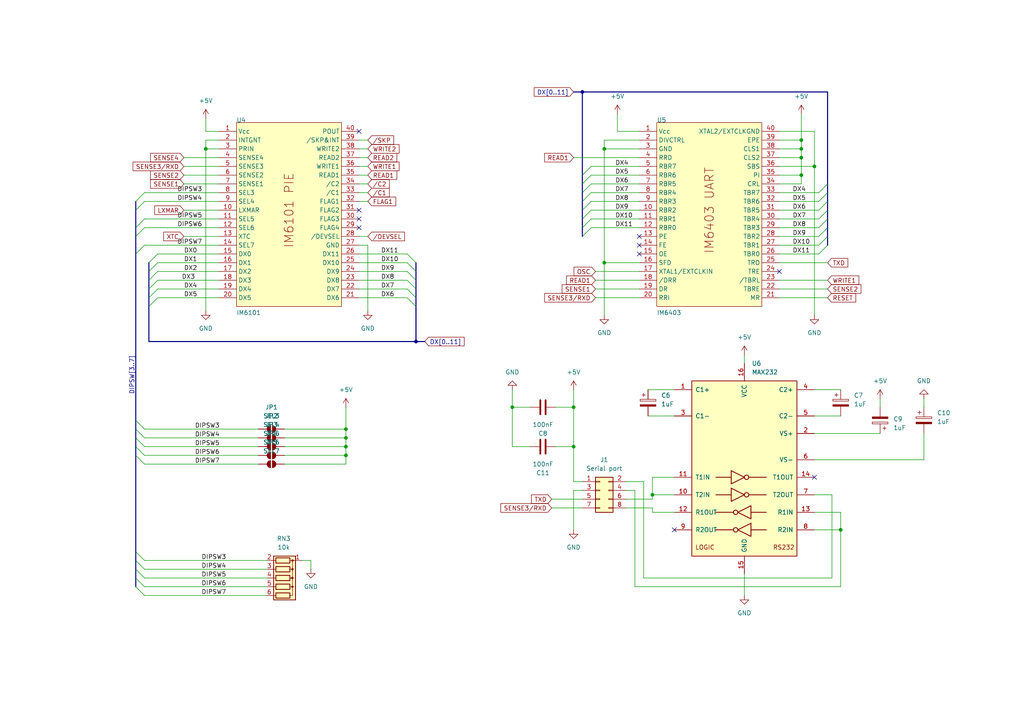
<source format=kicad_sch>
(kicad_sch (version 20250114) (generator "eeschema") (generator_version "9.0")
  (paper "A4")
  (title_block (title "IM6100 SAMPLER mini") (date "2025-04-12"))
  (lib_symbols
    (symbol "Connector_Generic:Conn_02x04_Odd_Even" (pin_names (offset 1.016) (hide yes))
      (property "Reference" "J" (at 1.27 5.08 0))
      (property "Value" "Conn_02x04_Odd_Even" (at 1.27 -7.62 0))
      (symbol "Conn_02x04_Odd_Even_1_1"
        (rectangle (start -1.27 3.81) (end 3.81 -6.35) (stroke (width 0.254)) (fill (type background)))
        (rectangle (start -1.27 2.667) (end 0 2.413) (stroke (width 0.1524)))
        (rectangle (start -1.27 0.127) (end 0 -0.127) (stroke (width 0.1524)))
        (rectangle (start -1.27 -2.413) (end 0 -2.667) (stroke (width 0.1524)))
        (rectangle (start -1.27 -4.953) (end 0 -5.207) (stroke (width 0.1524)))
        (rectangle (start 3.81 2.667) (end 2.54 2.413) (stroke (width 0.1524)))
        (rectangle (start 3.81 0.127) (end 2.54 -0.127) (stroke (width 0.1524)))
        (rectangle (start 3.81 -2.413) (end 2.54 -2.667) (stroke (width 0.1524)))
        (rectangle (start 3.81 -4.953) (end 2.54 -5.207) (stroke (width 0.1524)))
        (pin passive line (at -5.08 2.54 0) (length 3.81) (name "Pin_1") (number "1"))
        (pin passive line (at -5.08 0 0) (length 3.81) (name "Pin_3") (number "3"))
        (pin passive line (at -5.08 -2.54 0) (length 3.81) (name "Pin_5") (number "5"))
        (pin passive line (at -5.08 -5.08 0) (length 3.81) (name "Pin_7") (number "7"))
        (pin passive line (at 7.62 2.54 180) (length 3.81) (name "Pin_2") (number "2"))
        (pin passive line (at 7.62 0 180) (length 3.81) (name "Pin_4") (number "4"))
        (pin passive line (at 7.62 -2.54 180) (length 3.81) (name "Pin_6") (number "6"))
        (pin passive line (at 7.62 -5.08 180) (length 3.81) (name "Pin_8") (number "8"))
      )
    )
    (symbol "Device:C" (pin_numbers (hide yes)) (pin_names (offset 0.254))
      (property "Reference" "C" (at 0.635 2.54 0))
      (property "Value" "C" (at 0.635 -2.54 0))
      (symbol "C_0_1"
        (polyline (pts (xy -2.032 0.762) (xy 2.032 0.762)) (stroke (width 0.508)))
        (polyline (pts (xy -2.032 -0.762) (xy 2.032 -0.762)) (stroke (width 0.508)))
      )
      (symbol "C_1_1"
        (pin passive line (at 0 3.81 270) (length 2.794) (name "~") (number "1"))
        (pin passive line (at 0 -3.81 90) (length 2.794) (name "~") (number "2"))
      )
    )
    (symbol "Device:C_Polarized" (pin_numbers (hide yes)) (pin_names (offset 0.254))
      (property "Reference" "C" (at 0.635 2.54 0))
      (property "Value" "C_Polarized" (at 0.635 -2.54 0))
      (symbol "C_Polarized_0_1"
        (rectangle (start -2.286 0.508) (end 2.286 1.016))
        (polyline (pts (xy -1.778 2.286) (xy -0.762 2.286)))
        (polyline (pts (xy -1.27 2.794) (xy -1.27 1.778)))
        (rectangle (start 2.286 -0.508) (end -2.286 -1.016) (fill (type outline)))
      )
      (symbol "C_Polarized_1_1"
        (pin passive line (at 0 3.81 270) (length 2.794) (name "~") (number "1"))
        (pin passive line (at 0 -3.81 90) (length 2.794) (name "~") (number "2"))
      )
    )
    (symbol "Device:R_Network05" (pin_names (offset 0) (hide yes))
      (property "Reference" "RN" (at -7.62 0 90))
      (property "Value" "R_Network05" (at 7.62 0 90))
      (symbol "R_Network05_0_1"
        (rectangle (start -6.35 -3.175) (end 6.35 3.175) (stroke (width 0.254)) (fill (type background)))
        (rectangle (start -5.842 1.524) (end -4.318 -2.54) (stroke (width 0.254)))
        (circle (center -5.08 2.286) (radius 0.254) (fill (type outline)))
        (polyline (pts (xy -5.08 1.524) (xy -5.08 2.286) (xy -2.54 2.286) (xy -2.54 1.524)))
        (polyline (pts (xy -5.08 -2.54) (xy -5.08 -3.81)))
        (rectangle (start -3.302 1.524) (end -1.778 -2.54) (stroke (width 0.254)))
        (circle (center -2.54 2.286) (radius 0.254) (fill (type outline)))
        (polyline (pts (xy -2.54 1.524) (xy -2.54 2.286) (xy 0 2.286) (xy 0 1.524)))
        (polyline (pts (xy -2.54 -2.54) (xy -2.54 -3.81)))
        (rectangle (start -0.762 1.524) (end 0.762 -2.54) (stroke (width 0.254)))
        (circle (center 0 2.286) (radius 0.254) (fill (type outline)))
        (polyline (pts (xy 0 1.524) (xy 0 2.286) (xy 2.54 2.286) (xy 2.54 1.524)))
        (polyline (pts (xy 0 -2.54) (xy 0 -3.81)))
        (rectangle (start 1.778 1.524) (end 3.302 -2.54) (stroke (width 0.254)))
        (circle (center 2.54 2.286) (radius 0.254) (fill (type outline)))
        (polyline (pts (xy 2.54 1.524) (xy 2.54 2.286) (xy 5.08 2.286) (xy 5.08 1.524)))
        (polyline (pts (xy 2.54 -2.54) (xy 2.54 -3.81)))
        (rectangle (start 4.318 1.524) (end 5.842 -2.54) (stroke (width 0.254)))
        (polyline (pts (xy 5.08 -2.54) (xy 5.08 -3.81)))
      )
      (symbol "R_Network05_1_1"
        (pin passive line (at -5.08 5.08 270) (length 2.54) (name "common") (number "1"))
        (pin passive line (at -5.08 -5.08 90) (length 1.27) (name "R1") (number "2"))
        (pin passive line (at -2.54 -5.08 90) (length 1.27) (name "R2") (number "3"))
        (pin passive line (at 0 -5.08 90) (length 1.27) (name "R3") (number "4"))
        (pin passive line (at 2.54 -5.08 90) (length 1.27) (name "R4") (number "5"))
        (pin passive line (at 5.08 -5.08 90) (length 1.27) (name "R5") (number "6"))
      )
    )
    (symbol "IM6100 SAM-easyedapro:IM6101"
      (symbol "IM6101_1_0"
        (rectangle (start -15.24 25.4) (end 15.24 -27.94) (fill (type background)))
        (text "IM6101 PIE" (at 0 0 900) (effects (font (size 2.54 2.54))))
        (pin power_in line (at -20.32 22.86 0) (length 5.08) (name "Vcc") (number "1"))
        (pin input line (at -20.32 20.32 0) (length 5.08) (name "INTGNT") (number "2"))
        (pin input line (at -20.32 17.78 0) (length 5.08) (name "PRIN") (number "3"))
        (pin input line (at -20.32 15.24 0) (length 5.08) (name "SENSE4") (number "4"))
        (pin input line (at -20.32 12.7 0) (length 5.08) (name "SENSE3") (number "5"))
        (pin input line (at -20.32 10.16 0) (length 5.08) (name "SENSE2") (number "6"))
        (pin input line (at -20.32 7.62 0) (length 5.08) (name "SENSE1") (number "7"))
        (pin input line (at -20.32 5.08 0) (length 5.08) (name "SEL3") (number "8"))
        (pin input line (at -20.32 2.54 0) (length 5.08) (name "SEL4") (number "9"))
        (pin input line (at -20.32 0 0) (length 5.08) (name "LXMAR") (number "10"))
        (pin input line (at -20.32 -2.54 0) (length 5.08) (name "SEL5") (number "11"))
        (pin input line (at -20.32 -5.08 0) (length 5.08) (name "SEL6") (number "12"))
        (pin input line (at -20.32 -7.62 0) (length 5.08) (name "XTC") (number "13"))
        (pin input line (at -20.32 -10.16 0) (length 5.08) (name "SEL7") (number "14"))
        (pin tri_state line (at -20.32 -12.7 0) (length 5.08) (name "DX0") (number "15"))
        (pin tri_state line (at -20.32 -15.24 0) (length 5.08) (name "DX1") (number "16"))
        (pin tri_state line (at -20.32 -17.78 0) (length 5.08) (name "DX2") (number "17"))
        (pin tri_state line (at -20.32 -20.32 0) (length 5.08) (name "DX3") (number "18"))
        (pin tri_state line (at -20.32 -22.86 0) (length 5.08) (name "DX4") (number "19"))
        (pin tri_state line (at -20.32 -25.4 0) (length 5.08) (name "DX5") (number "20"))
        (pin output line (at 20.32 22.86 180) (length 5.08) (name "POUT") (number "40"))
        (pin open_collector line (at 20.32 20.32 180) (length 5.08) (name "/SKP&INT") (number "39"))
        (pin output line (at 20.32 17.78 180) (length 5.08) (name "WRITE2") (number "38"))
        (pin output line (at 20.32 15.24 180) (length 5.08) (name "READ2") (number "37"))
        (pin output line (at 20.32 12.7 180) (length 5.08) (name "WRITE1") (number "36"))
        (pin output line (at 20.32 10.16 180) (length 5.08) (name "READ1") (number "35"))
        (pin open_collector line (at 20.32 7.62 180) (length 5.08) (name "/C2") (number "34"))
        (pin open_collector line (at 20.32 5.08 180) (length 5.08) (name "/C1") (number "33"))
        (pin output line (at 20.32 2.54 180) (length 5.08) (name "FLAG1") (number "32"))
        (pin output line (at 20.32 0 180) (length 5.08) (name "FLAG2") (number "31"))
        (pin output line (at 20.32 -2.54 180) (length 5.08) (name "FLAG3") (number "30"))
        (pin output line (at 20.32 -5.08 180) (length 5.08) (name "FLAG4") (number "29"))
        (pin input line (at 20.32 -7.62 180) (length 5.08) (name "/DEVSEL") (number "28"))
        (pin power_in line (at 20.32 -10.16 180) (length 5.08) (name "GND") (number "27"))
        (pin tri_state line (at 20.32 -12.7 180) (length 5.08) (name "DX11") (number "26"))
        (pin tri_state line (at 20.32 -15.24 180) (length 5.08) (name "DX10") (number "25"))
        (pin tri_state line (at 20.32 -17.78 180) (length 5.08) (name "DX9") (number "24"))
        (pin tri_state line (at 20.32 -20.32 180) (length 5.08) (name "DX8") (number "23"))
        (pin tri_state line (at 20.32 -22.86 180) (length 5.08) (name "DX7") (number "22"))
        (pin tri_state line (at 20.32 -25.4 180) (length 5.08) (name "DX6") (number "21"))
      )
    )
    (symbol "IM6100 SAM-easyedapro:IM6403"
      (symbol "IM6403_1_0"
        (rectangle (start -15.24 25.4) (end 15.24 -27.94) (fill (type background)))
        (text "IM6403 UART" (at 0 0 900) (effects (font (size 2.54 2.54))))
        (pin power_in line (at -20.32 22.86 0) (length 5.08) (name "Vcc") (number "1"))
        (pin input line (at -20.32 20.32 0) (length 5.08) (name "DIVCTRL") (number "2"))
        (pin power_in line (at -20.32 17.78 0) (length 5.08) (name "GND") (number "3"))
        (pin input line (at -20.32 15.24 0) (length 5.08) (name "RRD") (number "4"))
        (pin tri_state line (at -20.32 12.7 0) (length 5.08) (name "RBR7") (number "5"))
        (pin tri_state line (at -20.32 10.16 0) (length 5.08) (name "RBR6") (number "6"))
        (pin tri_state line (at -20.32 7.62 0) (length 5.08) (name "RBR5") (number "7"))
        (pin tri_state line (at -20.32 5.08 0) (length 5.08) (name "RBR4") (number "8"))
        (pin tri_state line (at -20.32 2.54 0) (length 5.08) (name "RBR3") (number "9"))
        (pin tri_state line (at -20.32 0 0) (length 5.08) (name "RBR2") (number "10"))
        (pin tri_state line (at -20.32 -2.54 0) (length 5.08) (name "RBR1") (number "11"))
        (pin tri_state line (at -20.32 -5.08 0) (length 5.08) (name "RBR0") (number "12"))
        (pin output line (at -20.32 -7.62 0) (length 5.08) (name "PE") (number "13"))
        (pin output line (at -20.32 -10.16 0) (length 5.08) (name "FE") (number "14"))
        (pin output line (at -20.32 -12.7 0) (length 5.08) (name "OE") (number "15"))
        (pin input line (at -20.32 -15.24 0) (length 5.08) (name "SFD") (number "16"))
        (pin input line (at -20.32 -17.78 0) (length 5.08) (name "XTAL1/EXTCLKIN") (number "17"))
        (pin input line (at -20.32 -20.32 0) (length 5.08) (name "/DRR") (number "18"))
        (pin output line (at -20.32 -22.86 0) (length 5.08) (name "DR") (number "19"))
        (pin input line (at -20.32 -25.4 0) (length 5.08) (name "RRI") (number "20"))
        (pin input line (at 20.32 22.86 180) (length 5.08) (name "XTAL2/EXTCLKGND") (number "40"))
        (pin input line (at 20.32 20.32 180) (length 5.08) (name "EPE") (number "39"))
        (pin input line (at 20.32 17.78 180) (length 5.08) (name "CLS1") (number "38"))
        (pin input line (at 20.32 15.24 180) (length 5.08) (name "CLS2") (number "37"))
        (pin input line (at 20.32 12.7 180) (length 5.08) (name "SBS") (number "36"))
        (pin input line (at 20.32 10.16 180) (length 5.08) (name "PI") (number "35"))
        (pin input line (at 20.32 7.62 180) (length 5.08) (name "CRL") (number "34"))
        (pin input line (at 20.32 5.08 180) (length 5.08) (name "TBR7") (number "33"))
        (pin input line (at 20.32 2.54 180) (length 5.08) (name "TBR6") (number "32"))
        (pin input line (at 20.32 0 180) (length 5.08) (name "TBR5") (number "31"))
        (pin input line (at 20.32 -2.54 180) (length 5.08) (name "TBR4") (number "30"))
        (pin input line (at 20.32 -5.08 180) (length 5.08) (name "TBR3") (number "29"))
        (pin input line (at 20.32 -7.62 180) (length 5.08) (name "TBR2") (number "28"))
        (pin input line (at 20.32 -10.16 180) (length 5.08) (name "TBR1") (number "27"))
        (pin input line (at 20.32 -12.7 180) (length 5.08) (name "TBR0") (number "26"))
        (pin output line (at 20.32 -15.24 180) (length 5.08) (name "TRO") (number "25"))
        (pin output line (at 20.32 -17.78 180) (length 5.08) (name "TRE") (number "24"))
        (pin input line (at 20.32 -20.32 180) (length 5.08) (name "/TBRL") (number "23"))
        (pin output line (at 20.32 -22.86 180) (length 5.08) (name "TBRE") (number "22"))
        (pin input line (at 20.32 -25.4 180) (length 5.08) (name "MR") (number "21"))
      )
    )
    (symbol "Interface_UART:MAX232" (pin_names (offset 1.016))
      (property "Reference" "U" (at -2.54 28.575 0))
      (property "Value" "MAX232" (at -2.54 26.67 0))
      (symbol "MAX232_0_0"
        (text "LOGIC" (at -11.43 -22.86 0) (effects (font (size 1.27 1.27))))
        (text "RS232" (at 11.43 -22.86 0) (effects (font (size 1.27 1.27))))
      )
      (symbol "MAX232_0_1"
        (rectangle (start -15.24 -25.4) (end 15.24 25.4) (stroke (width 0.254)) (fill (type background)))
        (polyline (pts (xy -3.81 -0.635) (xy -3.81 -4.445) (xy 0 -2.54) (xy -3.81 -0.635)) (stroke (width 0.254)))
        (polyline (pts (xy -3.81 -2.54) (xy -8.255 -2.54)) (stroke (width 0.254)))
        (polyline (pts (xy -3.81 -5.715) (xy -3.81 -9.525) (xy 0 -7.62) (xy -3.81 -5.715)) (stroke (width 0.254)))
        (polyline (pts (xy -3.81 -7.62) (xy -8.255 -7.62)) (stroke (width 0.254)))
        (polyline (pts (xy -3.175 -12.7) (xy -8.255 -12.7)) (stroke (width 0.254)))
        (polyline (pts (xy -3.175 -17.78) (xy -8.255 -17.78)) (stroke (width 0.254)))
        (circle (center -2.54 -12.7) (radius 0.635) (stroke (width 0.254)))
        (circle (center -2.54 -17.78) (radius 0.635) (stroke (width 0.254)))
        (circle (center 0.635 -2.54) (radius 0.635) (stroke (width 0.254)))
        (circle (center 0.635 -7.62) (radius 0.635) (stroke (width 0.254)))
        (polyline (pts (xy 1.27 -2.54) (xy 6.35 -2.54)) (stroke (width 0.254)))
        (polyline (pts (xy 1.27 -7.62) (xy 6.35 -7.62)) (stroke (width 0.254)))
        (polyline (pts (xy 1.905 -10.795) (xy 1.905 -14.605) (xy -1.905 -12.7) (xy 1.905 -10.795)) (stroke (width 0.254)))
        (polyline (pts (xy 1.905 -12.7) (xy 6.35 -12.7)) (stroke (width 0.254)))
        (polyline (pts (xy 1.905 -15.875) (xy 1.905 -19.685) (xy -1.905 -17.78) (xy 1.905 -15.875)) (stroke (width 0.254)))
        (polyline (pts (xy 1.905 -17.78) (xy 6.35 -17.78)) (stroke (width 0.254)))
      )
      (symbol "MAX232_1_1"
        (pin passive line (at -20.32 22.86 0) (length 5.08) (name "C1+") (number "1"))
        (pin passive line (at -20.32 15.24 0) (length 5.08) (name "C1-") (number "3"))
        (pin input line (at -20.32 -2.54 0) (length 5.08) (name "T1IN") (number "11"))
        (pin input line (at -20.32 -7.62 0) (length 5.08) (name "T2IN") (number "10"))
        (pin output line (at -20.32 -12.7 0) (length 5.08) (name "R1OUT") (number "12"))
        (pin output line (at -20.32 -17.78 0) (length 5.08) (name "R2OUT") (number "9"))
        (pin power_in line (at 0 30.48 270) (length 5.08) (name "VCC") (number "16"))
        (pin power_in line (at 0 -30.48 90) (length 5.08) (name "GND") (number "15"))
        (pin passive line (at 20.32 22.86 180) (length 5.08) (name "C2+") (number "4"))
        (pin passive line (at 20.32 15.24 180) (length 5.08) (name "C2-") (number "5"))
        (pin power_out line (at 20.32 10.16 180) (length 5.08) (name "VS+") (number "2"))
        (pin power_out line (at 20.32 2.54 180) (length 5.08) (name "VS-") (number "6"))
        (pin output line (at 20.32 -2.54 180) (length 5.08) (name "T1OUT") (number "14"))
        (pin output line (at 20.32 -7.62 180) (length 5.08) (name "T2OUT") (number "7"))
        (pin input line (at 20.32 -12.7 180) (length 5.08) (name "R1IN") (number "13"))
        (pin input line (at 20.32 -17.78 180) (length 5.08) (name "R2IN") (number "8"))
      )
    )
    (symbol "Jumper:SolderJumper_2_Open" (pin_numbers (hide yes)) (pin_names (offset 0) (hide yes)) (in_bom no)
      (property "Reference" "JP" (at 0 2.032 0))
      (property "Value" "SolderJumper_2_Open" (at 0 -2.54 0))
      (symbol "SolderJumper_2_Open_0_1"
        (polyline (pts (xy -0.254 1.016) (xy -0.254 -1.016)))
        (arc (start -0.254 -1.016) (mid -1.2656 0) (end -0.254 1.016))
        (arc (start -0.254 -1.016) (mid -1.2656 0) (end -0.254 1.016) (fill (type outline)))
        (arc (start 0.254 1.016) (mid 1.2656 0) (end 0.254 -1.016))
        (arc (start 0.254 1.016) (mid 1.2656 0) (end 0.254 -1.016) (fill (type outline)))
        (polyline (pts (xy 0.254 1.016) (xy 0.254 -1.016)))
      )
      (symbol "SolderJumper_2_Open_1_1"
        (pin passive line (at -3.81 0 0) (length 2.54) (name "A") (number "1"))
        (pin passive line (at 3.81 0 180) (length 2.54) (name "B") (number "2"))
      )
    )
    (symbol "power:+5V" (power) (pin_numbers (hide yes)) (pin_names (offset 0) (hide yes))
      (property "Value" "+5V" (at 0 3.556 0))
      (symbol "+5V_0_1"
        (polyline (pts (xy -0.762 1.27) (xy 0 2.54)))
        (polyline (pts (xy 0 2.54) (xy 0.762 1.27)))
        (polyline (pts (xy 0 0) (xy 0 2.54)))
      )
      (symbol "+5V_1_1"
        (pin power_in line (at 0 0 90) (length 0) (name "~") (number "1"))
      )
    )
    (symbol "power:GND" (power) (pin_numbers (hide yes)) (pin_names (offset 0) (hide yes))
      (property "Value" "GND" (at 0 -3.81 0))
      (symbol "GND_0_1"
        (polyline (pts (xy 0 0) (xy 0 -1.27) (xy 1.27 -1.27) (xy 0 -2.54) (xy -1.27 -1.27) (xy 0 -1.27)))
      )
      (symbol "GND_1_1"
        (pin power_in line (at 0 0 270) (length 0) (name "~") (number "1"))
      )
    )
  )
  (junction (at 166.37 118.11))
  (junction (at 100.33 127))
  (junction (at 232.41 43.18))
  (junction (at 100.33 129.54))
  (junction (at 100.33 132.08))
  (junction (at 175.26 43.18))
  (junction (at 175.26 76.2))
  (junction (at 236.22 48.26))
  (junction (at 232.41 45.72))
  (junction (at 243.84 153.67))
  (junction (at 166.37 129.54))
  (junction (at 59.69 43.18))
  (junction (at 232.41 50.8))
  (junction (at 189.23 143.51))
  (junction (at 168.91 26.67))
  (junction (at 148.59 118.11))
  (junction (at 100.33 124.46))
  (junction (at 120.65 99.06))
  (junction (at 232.41 40.64))
  (no_connect (at 104.14 63.5))
  (no_connect (at 185.42 73.66))
  (no_connect (at 185.42 71.12))
  (no_connect (at 104.14 66.04))
  (no_connect (at 185.42 68.58))
  (no_connect (at 195.58 153.67))
  (no_connect (at 226.06 78.74))
  (no_connect (at 104.14 60.96))
  (no_connect (at 236.22 138.43))
  (no_connect (at 104.14 38.1))
  (bus_entry (at 171.45 55.88) (size -2.54 2.54))
  (bus_entry (at 41.91 63.5) (size -2.54 2.54))
  (bus_entry (at 118.11 73.66) (size 2.54 2.54))
  (bus_entry (at 39.37 124.46) (size 2.54 2.54))
  (bus_entry (at 45.72 86.36) (size -2.54 2.54))
  (bus_entry (at 41.91 58.42) (size -2.54 2.54))
  (bus_entry (at 171.45 66.04) (size -2.54 2.54))
  (bus_entry (at 237.49 60.96) (size 2.54 -2.54))
  (bus_entry (at 118.11 76.2) (size 2.54 2.54))
  (bus_entry (at 171.45 48.26) (size -2.54 2.54))
  (bus_entry (at 41.91 71.12) (size -2.54 2.54))
  (bus_entry (at 39.37 170.18) (size 2.54 2.54))
  (bus_entry (at 45.72 83.82) (size -2.54 2.54))
  (bus_entry (at 39.37 162.56) (size 2.54 2.54))
  (bus_entry (at 45.72 73.66) (size -2.54 2.54))
  (bus_entry (at 171.45 63.5) (size -2.54 2.54))
  (bus_entry (at 118.11 86.36) (size 2.54 2.54))
  (bus_entry (at 39.37 167.64) (size 2.54 2.54))
  (bus_entry (at 237.49 71.12) (size 2.54 -2.54))
  (bus_entry (at 237.49 55.88) (size 2.54 -2.54))
  (bus_entry (at 237.49 68.58) (size 2.54 -2.54))
  (bus_entry (at 39.37 165.1) (size 2.54 2.54))
  (bus_entry (at 41.91 66.04) (size -2.54 2.54))
  (bus_entry (at 45.72 76.2) (size -2.54 2.54))
  (bus_entry (at 41.91 55.88) (size -2.54 2.54))
  (bus_entry (at 171.45 53.34) (size -2.54 2.54))
  (bus_entry (at 171.45 60.96) (size -2.54 2.54))
  (bus_entry (at 171.45 50.8) (size -2.54 2.54))
  (bus_entry (at 118.11 81.28) (size 2.54 2.54))
  (bus_entry (at 45.72 81.28) (size -2.54 2.54))
  (bus_entry (at 171.45 58.42) (size -2.54 2.54))
  (bus_entry (at 39.37 160.02) (size 2.54 2.54))
  (bus_entry (at 237.49 66.04) (size 2.54 -2.54))
  (bus_entry (at 118.11 78.74) (size 2.54 2.54))
  (bus_entry (at 39.37 127) (size 2.54 2.54))
  (bus_entry (at 118.11 83.82) (size 2.54 2.54))
  (bus_entry (at 39.37 132.08) (size 2.54 2.54))
  (bus_entry (at 237.49 73.66) (size 2.54 -2.54))
  (bus_entry (at 45.72 78.74) (size -2.54 2.54))
  (bus_entry (at 237.49 58.42) (size 2.54 -2.54))
  (bus_entry (at 39.37 121.92) (size 2.54 2.54))
  (bus_entry (at 39.37 129.54) (size 2.54 2.54))
  (bus_entry (at 237.49 63.5) (size 2.54 -2.54))
  (wire (pts (xy 241.3 143.51) (xy 236.22 143.51)))
  (wire (pts (xy 185.42 43.18) (xy 175.26 43.18)))
  (wire (pts (xy 59.69 43.18) (xy 59.69 90.17)))
  (wire (pts (xy 181.61 147.32) (xy 189.23 147.32)))
  (wire (pts (xy 236.22 133.35) (xy 267.97 133.35)))
  (wire (pts (xy 232.41 33.02) (xy 232.41 40.64)))
  (wire (pts (xy 185.42 76.2) (xy 175.26 76.2)))
  (bus (pts (xy 39.37 162.56) (xy 39.37 165.1)))
  (wire (pts (xy 118.11 83.82) (xy 104.14 83.82)))
  (wire (pts (xy 189.23 143.51) (xy 195.58 143.51)))
  (wire (pts (xy 63.5 68.58) (xy 53.34 68.58)))
  (wire (pts (xy 232.41 53.34) (xy 226.06 53.34)))
  (wire (pts (xy 106.68 50.8) (xy 104.14 50.8)))
  (wire (pts (xy 63.5 50.8) (xy 53.34 50.8)))
  (bus (pts (xy 39.37 132.08) (xy 39.37 160.02)))
  (wire (pts (xy 185.42 83.82) (xy 172.72 83.82)))
  (wire (pts (xy 118.11 78.74) (xy 104.14 78.74)))
  (wire (pts (xy 181.61 139.7) (xy 186.69 139.7)))
  (wire (pts (xy 106.68 68.58) (xy 104.14 68.58)))
  (wire (pts (xy 106.68 45.72) (xy 104.14 45.72)))
  (wire (pts (xy 179.07 38.1) (xy 179.07 33.02)))
  (wire (pts (xy 267.97 115.57) (xy 267.97 118.11)))
  (bus (pts (xy 240.03 68.58) (xy 240.03 66.04)))
  (wire (pts (xy 255.27 115.57) (xy 255.27 118.11)))
  (wire (pts (xy 267.97 133.35) (xy 267.97 125.73)))
  (wire (pts (xy 106.68 43.18) (xy 104.14 43.18)))
  (bus (pts (xy 120.65 78.74) (xy 120.65 81.28)))
  (bus (pts (xy 240.03 60.96) (xy 240.03 58.42)))
  (bus (pts (xy 39.37 66.04) (xy 39.37 68.58)))
  (bus (pts (xy 166.37 26.67) (xy 168.91 26.67)))
  (wire (pts (xy 63.5 53.34) (xy 53.34 53.34)))
  (wire (pts (xy 118.11 86.36) (xy 104.14 86.36)))
  (wire (pts (xy 153.67 129.54) (xy 148.59 129.54)))
  (wire (pts (xy 189.23 148.59) (xy 195.58 148.59)))
  (wire (pts (xy 59.69 38.1) (xy 63.5 38.1)))
  (wire (pts (xy 226.06 71.12) (xy 237.49 71.12)))
  (wire (pts (xy 41.91 124.46) (xy 74.93 124.46)))
  (wire (pts (xy 185.42 48.26) (xy 171.45 48.26)))
  (wire (pts (xy 100.33 124.46) (xy 100.33 127)))
  (bus (pts (xy 43.18 86.36) (xy 43.18 88.9)))
  (wire (pts (xy 240.03 83.82) (xy 226.06 83.82)))
  (wire (pts (xy 187.96 113.03) (xy 195.58 113.03)))
  (wire (pts (xy 77.47 162.56) (xy 41.91 162.56)))
  (wire (pts (xy 160.02 144.78) (xy 168.91 144.78)))
  (wire (pts (xy 189.23 144.78) (xy 189.23 143.51)))
  (bus (pts (xy 168.91 66.04) (xy 168.91 68.58)))
  (wire (pts (xy 236.22 113.03) (xy 243.84 113.03)))
  (wire (pts (xy 232.41 40.64) (xy 232.41 43.18)))
  (wire (pts (xy 106.68 58.42) (xy 104.14 58.42)))
  (wire (pts (xy 153.67 118.11) (xy 148.59 118.11)))
  (bus (pts (xy 120.65 88.9) (xy 120.65 99.06)))
  (wire (pts (xy 185.42 38.1) (xy 179.07 38.1)))
  (wire (pts (xy 63.5 66.04) (xy 41.91 66.04)))
  (bus (pts (xy 168.91 58.42) (xy 168.91 60.96)))
  (wire (pts (xy 185.42 50.8) (xy 171.45 50.8)))
  (wire (pts (xy 236.22 91.44) (xy 236.22 48.26)))
  (wire (pts (xy 82.55 124.46) (xy 100.33 124.46)))
  (wire (pts (xy 240.03 81.28) (xy 226.06 81.28)))
  (wire (pts (xy 175.26 40.64) (xy 185.42 40.64)))
  (bus (pts (xy 168.91 26.67) (xy 168.91 50.8)))
  (wire (pts (xy 166.37 113.03) (xy 166.37 118.11)))
  (wire (pts (xy 226.06 43.18) (xy 232.41 43.18)))
  (bus (pts (xy 120.65 83.82) (xy 120.65 86.36)))
  (bus (pts (xy 39.37 58.42) (xy 39.37 60.96)))
  (wire (pts (xy 63.5 60.96) (xy 53.34 60.96)))
  (wire (pts (xy 106.68 48.26) (xy 104.14 48.26)))
  (wire (pts (xy 185.42 60.96) (xy 171.45 60.96)))
  (wire (pts (xy 172.72 86.36) (xy 185.42 86.36)))
  (wire (pts (xy 106.68 55.88) (xy 104.14 55.88)))
  (wire (pts (xy 185.42 45.72) (xy 166.37 45.72)))
  (wire (pts (xy 226.06 40.64) (xy 232.41 40.64)))
  (bus (pts (xy 39.37 167.64) (xy 39.37 170.18)))
  (wire (pts (xy 226.06 48.26) (xy 236.22 48.26)))
  (wire (pts (xy 181.61 142.24) (xy 184.15 142.24)))
  (wire (pts (xy 175.26 43.18) (xy 175.26 40.64)))
  (wire (pts (xy 82.55 127) (xy 100.33 127)))
  (wire (pts (xy 243.84 170.18) (xy 243.84 153.67)))
  (bus (pts (xy 39.37 165.1) (xy 39.37 167.64)))
  (wire (pts (xy 41.91 129.54) (xy 74.93 129.54)))
  (wire (pts (xy 45.72 83.82) (xy 63.5 83.82)))
  (wire (pts (xy 41.91 134.62) (xy 74.93 134.62)))
  (wire (pts (xy 148.59 118.11) (xy 148.59 129.54)))
  (wire (pts (xy 82.55 132.08) (xy 100.33 132.08)))
  (wire (pts (xy 236.22 125.73) (xy 255.27 125.73)))
  (wire (pts (xy 160.02 147.32) (xy 168.91 147.32)))
  (wire (pts (xy 45.72 78.74) (xy 63.5 78.74)))
  (bus (pts (xy 240.03 71.12) (xy 240.03 68.58)))
  (bus (pts (xy 39.37 127) (xy 39.37 129.54)))
  (bus (pts (xy 240.03 63.5) (xy 240.03 60.96)))
  (bus (pts (xy 43.18 78.74) (xy 43.18 81.28)))
  (wire (pts (xy 189.23 138.43) (xy 195.58 138.43)))
  (wire (pts (xy 181.61 144.78) (xy 189.23 144.78)))
  (wire (pts (xy 215.9 166.37) (xy 215.9 172.72)))
  (wire (pts (xy 185.42 55.88) (xy 171.45 55.88)))
  (wire (pts (xy 166.37 129.54) (xy 161.29 129.54)))
  (wire (pts (xy 175.26 43.18) (xy 175.26 76.2)))
  (wire (pts (xy 184.15 170.18) (xy 243.84 170.18)))
  (wire (pts (xy 166.37 118.11) (xy 161.29 118.11)))
  (bus (pts (xy 39.37 129.54) (xy 39.37 132.08)))
  (wire (pts (xy 106.68 40.64) (xy 104.14 40.64)))
  (bus (pts (xy 43.18 88.9) (xy 43.18 99.06)))
  (bus (pts (xy 168.91 63.5) (xy 168.91 66.04)))
  (wire (pts (xy 226.06 45.72) (xy 232.41 45.72)))
  (wire (pts (xy 186.69 139.7) (xy 186.69 167.64)))
  (wire (pts (xy 236.22 153.67) (xy 243.84 153.67)))
  (wire (pts (xy 185.42 53.34) (xy 171.45 53.34)))
  (bus (pts (xy 120.65 81.28) (xy 120.65 83.82)))
  (wire (pts (xy 240.03 76.2) (xy 226.06 76.2)))
  (wire (pts (xy 63.5 48.26) (xy 53.34 48.26)))
  (wire (pts (xy 226.06 38.1) (xy 236.22 38.1)))
  (bus (pts (xy 240.03 58.42) (xy 240.03 55.88)))
  (wire (pts (xy 168.91 142.24) (xy 166.37 142.24)))
  (wire (pts (xy 185.42 63.5) (xy 171.45 63.5)))
  (wire (pts (xy 45.72 86.36) (xy 63.5 86.36)))
  (wire (pts (xy 63.5 63.5) (xy 41.91 63.5)))
  (bus (pts (xy 120.65 76.2) (xy 120.65 78.74)))
  (bus (pts (xy 168.91 50.8) (xy 168.91 53.34)))
  (wire (pts (xy 243.84 148.59) (xy 236.22 148.59)))
  (wire (pts (xy 106.68 90.17) (xy 106.68 71.12)))
  (wire (pts (xy 118.11 81.28) (xy 104.14 81.28)))
  (wire (pts (xy 185.42 81.28) (xy 172.72 81.28)))
  (wire (pts (xy 63.5 55.88) (xy 41.91 55.88)))
  (wire (pts (xy 118.11 76.2) (xy 104.14 76.2)))
  (bus (pts (xy 240.03 26.67) (xy 168.91 26.67)))
  (wire (pts (xy 236.22 38.1) (xy 236.22 48.26)))
  (wire (pts (xy 226.06 66.04) (xy 237.49 66.04)))
  (wire (pts (xy 41.91 127) (xy 74.93 127)))
  (bus (pts (xy 43.18 81.28) (xy 43.18 83.82)))
  (wire (pts (xy 226.06 55.88) (xy 237.49 55.88)))
  (bus (pts (xy 43.18 76.2) (xy 43.18 78.74)))
  (wire (pts (xy 63.5 81.28) (xy 45.72 81.28)))
  (bus (pts (xy 240.03 66.04) (xy 240.03 63.5)))
  (bus (pts (xy 39.37 160.02) (xy 39.37 162.56)))
  (wire (pts (xy 63.5 58.42) (xy 41.91 58.42)))
  (bus (pts (xy 168.91 55.88) (xy 168.91 58.42)))
  (wire (pts (xy 189.23 143.51) (xy 189.23 138.43)))
  (bus (pts (xy 120.65 99.06) (xy 123.19 99.06)))
  (bus (pts (xy 39.37 73.66) (xy 39.37 121.92)))
  (bus (pts (xy 240.03 55.88) (xy 240.03 53.34)))
  (wire (pts (xy 175.26 91.44) (xy 175.26 76.2)))
  (wire (pts (xy 53.34 45.72) (xy 63.5 45.72)))
  (wire (pts (xy 77.47 165.1) (xy 41.91 165.1)))
  (bus (pts (xy 120.65 86.36) (xy 120.65 88.9)))
  (wire (pts (xy 226.06 73.66) (xy 237.49 73.66)))
  (wire (pts (xy 100.33 124.46) (xy 100.33 118.11)))
  (bus (pts (xy 39.37 60.96) (xy 39.37 66.04)))
  (wire (pts (xy 59.69 43.18) (xy 63.5 43.18)))
  (bus (pts (xy 168.91 60.96) (xy 168.91 63.5)))
  (wire (pts (xy 82.55 129.54) (xy 100.33 129.54)))
  (wire (pts (xy 232.41 53.34) (xy 232.41 50.8)))
  (wire (pts (xy 232.41 43.18) (xy 232.41 45.72)))
  (wire (pts (xy 63.5 71.12) (xy 41.91 71.12)))
  (bus (pts (xy 39.37 121.92) (xy 39.37 124.46)))
  (bus (pts (xy 240.03 53.34) (xy 240.03 26.67)))
  (wire (pts (xy 185.42 58.42) (xy 171.45 58.42)))
  (wire (pts (xy 236.22 120.65) (xy 243.84 120.65)))
  (bus (pts (xy 39.37 124.46) (xy 39.37 127)))
  (wire (pts (xy 59.69 34.29) (xy 59.69 38.1)))
  (bus (pts (xy 43.18 99.06) (xy 120.65 99.06)))
  (wire (pts (xy 77.47 172.72) (xy 41.91 172.72)))
  (wire (pts (xy 184.15 142.24) (xy 184.15 170.18)))
  (wire (pts (xy 77.47 167.64) (xy 41.91 167.64)))
  (wire (pts (xy 241.3 167.64) (xy 241.3 143.51)))
  (wire (pts (xy 59.69 40.64) (xy 59.69 43.18)))
  (bus (pts (xy 43.18 83.82) (xy 43.18 86.36)))
  (wire (pts (xy 186.69 167.64) (xy 241.3 167.64)))
  (wire (pts (xy 77.47 170.18) (xy 41.91 170.18)))
  (wire (pts (xy 172.72 78.74) (xy 185.42 78.74)))
  (wire (pts (xy 226.06 60.96) (xy 237.49 60.96)))
  (wire (pts (xy 226.06 58.42) (xy 237.49 58.42)))
  (wire (pts (xy 100.33 132.08) (xy 100.33 134.62)))
  (wire (pts (xy 185.42 66.04) (xy 171.45 66.04)))
  (wire (pts (xy 166.37 129.54) (xy 166.37 139.7)))
  (wire (pts (xy 45.72 73.66) (xy 63.5 73.66)))
  (wire (pts (xy 90.17 162.56) (xy 87.63 162.56)))
  (wire (pts (xy 45.72 76.2) (xy 63.5 76.2)))
  (wire (pts (xy 226.06 50.8) (xy 232.41 50.8)))
  (wire (pts (xy 82.55 134.62) (xy 100.33 134.62)))
  (wire (pts (xy 232.41 50.8) (xy 232.41 45.72)))
  (wire (pts (xy 100.33 129.54) (xy 100.33 132.08)))
  (bus (pts (xy 39.37 68.58) (xy 39.37 73.66)))
  (wire (pts (xy 226.06 68.58) (xy 237.49 68.58)))
  (bus (pts (xy 168.91 53.34) (xy 168.91 55.88)))
  (wire (pts (xy 90.17 165.1) (xy 90.17 162.56)))
  (wire (pts (xy 166.37 129.54) (xy 166.37 118.11)))
  (wire (pts (xy 189.23 147.32) (xy 189.23 148.59)))
  (wire (pts (xy 168.91 139.7) (xy 166.37 139.7)))
  (wire (pts (xy 106.68 53.34) (xy 104.14 53.34)))
  (wire (pts (xy 243.84 153.67) (xy 243.84 148.59)))
  (wire (pts (xy 41.91 132.08) (xy 74.93 132.08)))
  (wire (pts (xy 100.33 127) (xy 100.33 129.54)))
  (wire (pts (xy 104.14 71.12) (xy 106.68 71.12)))
  (wire (pts (xy 63.5 40.64) (xy 59.69 40.64)))
  (wire (pts (xy 240.03 86.36) (xy 226.06 86.36)))
  (wire (pts (xy 118.11 73.66) (xy 104.14 73.66)))
  (wire (pts (xy 226.06 63.5) (xy 237.49 63.5)))
  (wire (pts (xy 148.59 118.11) (xy 148.59 113.03)))
  (wire (pts (xy 215.9 102.87) (xy 215.9 105.41)))
  (wire (pts (xy 187.96 120.65) (xy 195.58 120.65)))
  (wire (pts (xy 166.37 142.24) (xy 166.37 153.67)))
  (label "DX11" (at 178.435 66.04 0))
  (label "DX10" (at 110.49 76.2 0))
  (label "DX1" (at 53.34 76.2 0))
  (label "DX6" (at 178.435 53.34 0))
  (label "DX11" (at 229.87 73.66 0))
  (label "DX6" (at 229.87 60.96 0))
  (label "DIPSW6" (at 51.435 66.04 0))
  (label "DIPSW7" (at 58.42 172.72 0))
  (label "DX6" (at 110.49 86.36 0))
  (label "DX0" (at 53.34 73.66 0))
  (label "DIPSW7" (at 56.515 134.62 0))
  (label "DX9" (at 110.49 78.74 0))
  (label "DX9" (at 229.87 68.58 0))
  (label "DIPSW3" (at 51.435 55.88 0))
  (label "DIPSW4" (at 51.435 58.42 0))
  (label "DIPSW6" (at 58.42 170.18 0))
  (label "DX11" (at 110.49 73.66 0))
  (label "DX9" (at 178.435 60.96 0))
  (label "DX4" (at 229.87 55.88 0))
  (label "DX5" (at 178.435 50.8 0))
  (label "DX10" (at 229.87 71.12 0))
  (label "DIPSW5" (at 51.435 63.5 0))
  (label "DIPSW3" (at 56.515 124.46 0))
  (label "DX7" (at 178.435 55.88 0))
  (label "DX8" (at 178.435 58.42 0))
  (label "DX5" (at 229.87 58.42 0))
  (label "DX4" (at 178.435 48.26 0))
  (label "DX2" (at 53.34 78.74 0))
  (label "DIPSW4" (at 58.42 165.1 0))
  (label "DIPSW[3..7]" (at 39.37 114.3 90))
  (label "DIPSW6" (at 56.515 132.08 0))
  (label "DX7" (at 110.49 83.82 0))
  (label "DX8" (at 229.87 66.04 0))
  (label "DX3" (at 52.705 81.28 0))
  (label "DX4" (at 53.34 83.82 0))
  (label "DX7" (at 229.87 63.5 0))
  (label "DIPSW4" (at 56.515 127 0))
  (label "DIPSW5" (at 58.42 167.64 0))
  (label "DX8" (at 110.49 81.28 0))
  (label "DIPSW5" (at 56.515 129.54 0))
  (label "DX5" (at 53.34 86.36 0))
  (label "DIPSW3" (at 58.42 162.56 0))
  (label "DX10" (at 178.435 63.5 0))
  (label "DIPSW7" (at 51.435 71.12 0))
  (global_label "LXMAR" (shape input) (at 53.34 60.96 180) (property "Intersheetrefs" "${INTERSHEET_REFS}" (effects (hide yes))))
  (global_label "/SKP" (shape input) (at 106.68 40.64 0) (property "Intersheetrefs" "${INTERSHEET_REFS}" (effects (hide yes))))
  (global_label "OSC" (shape input) (at 172.72 78.74 180) (property "Intersheetrefs" "${INTERSHEET_REFS}" (effects (hide yes))))
  (global_label "/DEVSEL" (shape input) (at 106.68 68.58 0) (property "Intersheetrefs" "${INTERSHEET_REFS}" (effects (hide yes))))
  (global_label "READ1" (shape input) (at 172.72 81.28 180) (property "Intersheetrefs" "${INTERSHEET_REFS}" (effects (hide yes))))
  (global_label "READ1" (shape input) (at 166.37 45.72 180) (property "Intersheetrefs" "${INTERSHEET_REFS}" (effects (hide yes))))
  (global_label "WRITE1" (shape input) (at 106.68 48.26 0) (property "Intersheetrefs" "${INTERSHEET_REFS}" (effects (hide yes))))
  (global_label "/C1" (shape input) (at 106.68 55.88 0) (property "Intersheetrefs" "${INTERSHEET_REFS}" (effects (hide yes))))
  (global_label "XTC" (shape input) (at 53.34 68.58 180) (property "Intersheetrefs" "${INTERSHEET_REFS}" (effects (hide yes))))
  (global_label "SENSE2" (shape input) (at 240.03 83.82 0) (property "Intersheetrefs" "${INTERSHEET_REFS}" (effects (hide yes))))
  (global_label "SENSE3/RXD" (shape input) (at 160.02 147.32 180) (property "Intersheetrefs" "${INTERSHEET_REFS}" (effects (hide yes))))
  (global_label "SENSE4" (shape input) (at 53.34 45.72 180) (property "Intersheetrefs" "${INTERSHEET_REFS}" (effects (hide yes))))
  (global_label "SENSE3/RXD" (shape input) (at 172.72 86.36 180) (property "Intersheetrefs" "${INTERSHEET_REFS}" (effects (hide yes))))
  (global_label "SENSE3/RXD" (shape input) (at 53.34 48.26 180) (property "Intersheetrefs" "${INTERSHEET_REFS}" (effects (hide yes))))
  (global_label "DX[0..11]" (shape input) (at 123.19 99.06 0) (property "Intersheetrefs" "${INTERSHEET_REFS}" (effects (hide yes))))
  (global_label "FLAG1" (shape input) (at 106.68 58.42 0) (property "Intersheetrefs" "${INTERSHEET_REFS}" (effects (hide yes))))
  (global_label "SENSE2" (shape input) (at 53.34 50.8 180) (property "Intersheetrefs" "${INTERSHEET_REFS}" (effects (hide yes))))
  (global_label "RESET" (shape input) (at 240.03 86.36 0) (property "Intersheetrefs" "${INTERSHEET_REFS}" (effects (hide yes))))
  (global_label "WRITE2" (shape input) (at 106.68 43.18 0) (property "Intersheetrefs" "${INTERSHEET_REFS}" (effects (hide yes))))
  (global_label "TXD" (shape input) (at 240.03 76.2 0) (property "Intersheetrefs" "${INTERSHEET_REFS}" (effects (hide yes))))
  (global_label "/C2" (shape input) (at 106.68 53.34 0) (property "Intersheetrefs" "${INTERSHEET_REFS}" (effects (hide yes))))
  (global_label "SENSE1" (shape input) (at 53.34 53.34 180) (property "Intersheetrefs" "${INTERSHEET_REFS}" (effects (hide yes))))
  (global_label "READ2" (shape input) (at 106.68 45.72 0) (property "Intersheetrefs" "${INTERSHEET_REFS}" (effects (hide yes))))
  (global_label "SENSE1" (shape input) (at 172.72 83.82 180) (property "Intersheetrefs" "${INTERSHEET_REFS}" (effects (hide yes))))
  (global_label "WRITE1" (shape input) (at 240.03 81.28 0) (property "Intersheetrefs" "${INTERSHEET_REFS}" (effects (hide yes))))
  (global_label "TXD" (shape input) (at 160.02 144.78 180) (property "Intersheetrefs" "${INTERSHEET_REFS}" (effects (hide yes))))
  (global_label "READ1" (shape input) (at 106.68 50.8 0) (property "Intersheetrefs" "${INTERSHEET_REFS}" (effects (hide yes))))
  (global_label "DX[0..11]" (shape input) (at 166.37 26.67 180) (property "Intersheetrefs" "${INTERSHEET_REFS}" (effects (hide yes))))
  (symbol (lib_id "Device:C") (at 157.48 118.11 270) (unit 1)
    (property "Reference" "C8" (at 157.48 125.73 90))
    (property "Value" "100nF" (at 157.48 123.19 90))
    (property "Footprint" "Capacitor_THT:C_Disc_D5.0mm_W2.5mm_P2.50mm" (effects (hide yes)))
    (property "Description" "Unpolarized capacitor" (effects (hide yes)))
  )
  (symbol (lib_id "power:GND") (at 106.68 90.17 0) (unit 1)
    (property "Reference" "#PWR024" (effects (hide yes)))
    (property "Value" "GND" (at 106.68 95.25 0))
    (property "Description" "Power symbol creates a global label with name \"GND\" , ground" (effects (hide yes)))
  )
  (symbol (lib_id "Interface_UART:MAX232") (at 215.9 135.89 0) (unit 1)
    (property "Reference" "U6" (at 218.0433 105.41 0) (effects (justify left)))
    (property "Value" "MAX232" (at 218.0433 107.95 0) (effects (justify left)))
    (property "Footprint" "Package_DIP:DIP-16_W7.62mm_Socket" (effects (hide yes)))
    (property "Datasheet" "http://www.ti.com/lit/ds/symlink/max232.pdf" (effects (hide yes)))
    (property "Description" "Dual RS232 driver/receiver, 5V supply, 120kb/s, 0C-70C" (effects (hide yes)))
  )
  (symbol (lib_id "power:GND") (at 90.17 165.1 0) (unit 1)
    (property "Reference" "#PWR034" (effects (hide yes)))
    (property "Value" "GND" (at 90.17 170.18 0))
    (property "Description" "Power symbol creates a global label with name \"GND\" , ground" (effects (hide yes)))
  )
  (symbol (lib_id "Jumper:SolderJumper_2_Open") (at 78.74 124.46 0) (unit 1) (in_bom no)
    (property "Reference" "JP1" (at 78.74 118.11 0))
    (property "Value" "SEL3" (at 78.74 120.65 0))
    (property "Footprint" "Jumper:SolderJumper-2_P1.3mm_Open_Pad1.0x1.5mm" (effects (hide yes)))
    (property "Description" "Solder Jumper, 2-pole, open" (effects (hide yes)))
  )
  (symbol (lib_id "Device:C") (at 157.48 129.54 270) (unit 1)
    (property "Reference" "C11" (at 157.48 137.16 90))
    (property "Value" "100nF" (at 157.48 134.62 90))
    (property "Footprint" "Capacitor_THT:C_Disc_D5.0mm_W2.5mm_P2.50mm" (effects (hide yes)))
    (property "Description" "Unpolarized capacitor" (effects (hide yes)))
  )
  (symbol (lib_id "Device:C_Polarized") (at 187.96 116.84 0) (unit 1)
    (property "Reference" "C6" (at 191.77 114.6809 0) (effects (justify left)))
    (property "Value" "1uF" (at 191.77 117.2209 0) (effects (justify left)))
    (property "Footprint" "Capacitor_THT:CP_Radial_D5.0mm_P2.00mm" (effects (hide yes)))
    (property "Description" "Polarized capacitor" (effects (hide yes)))
  )
  (symbol (lib_id "Jumper:SolderJumper_2_Open") (at 78.74 129.54 0) (unit 1) (in_bom no)
    (property "Reference" "JP3" (at 78.74 123.19 0))
    (property "Value" "SEL5" (at 78.74 125.73 0))
    (property "Footprint" "Jumper:SolderJumper-2_P1.3mm_Open_Pad1.0x1.5mm" (effects (hide yes)))
    (property "Description" "Solder Jumper, 2-pole, open" (effects (hide yes)))
  )
  (symbol (lib_id "power:+5V") (at 166.37 113.03 0) (unit 1)
    (property "Reference" "#PWR030" (effects (hide yes)))
    (property "Value" "+5V" (at 166.37 107.95 0))
    (property "Description" "Power symbol creates a global label with name \"+5V\"" (effects (hide yes)))
  )
  (symbol (lib_id "power:GND") (at 175.26 91.44 0) (unit 1)
    (property "Reference" "#PWR025" (effects (hide yes)))
    (property "Value" "GND" (at 175.26 96.52 0))
    (property "Description" "Power symbol creates a global label with name \"GND\" , ground" (effects (hide yes)))
  )
  (symbol (lib_id "power:+5V") (at 232.41 33.02 0) (unit 1)
    (property "Reference" "#PWR021" (effects (hide yes)))
    (property "Value" "+5V" (at 232.41 27.94 0))
    (property "Description" "Power symbol creates a global label with name \"+5V\"" (effects (hide yes)))
  )
  (symbol (lib_id "power:+5V") (at 59.69 34.29 0) (unit 1)
    (property "Reference" "#PWR022" (effects (hide yes)))
    (property "Value" "+5V" (at 59.69 29.21 0))
    (property "Description" "Power symbol creates a global label with name \"+5V\"" (effects (hide yes)))
  )
  (symbol (lib_id "Jumper:SolderJumper_2_Open") (at 78.74 127 0) (unit 1) (in_bom no)
    (property "Reference" "JP2" (at 78.74 120.65 0))
    (property "Value" "SEL4" (at 78.74 123.19 0))
    (property "Footprint" "Jumper:SolderJumper-2_P1.3mm_Open_Pad1.0x1.5mm" (effects (hide yes)))
    (property "Description" "Solder Jumper, 2-pole, open" (effects (hide yes)))
  )
  (symbol (lib_id "IM6100 SAM-easyedapro:IM6403") (at 205.74 60.96 0) (unit 1)
    (property "Reference" "U5" (at 190.5 35.56 0) (effects (justify left bottom)))
    (property "Value" "IM6403" (at 190.5 91.44 0) (effects (justify left bottom)))
    (property "Footprint" "Package_DIP:DIP-40_W15.24mm_Socket" (effects (hide yes)))
    (property "Description" "Intersil IM6403 serial port (use xtal or external clock source, selectable clock divider)" (effects (hide yes)))
  )
  (symbol (lib_id "power:GND") (at 267.97 115.57 180) (unit 1)
    (property "Reference" "#PWR032" (effects (hide yes)))
    (property "Value" "GND" (at 267.97 110.49 0))
    (property "Description" "Power symbol creates a global label with name \"GND\" , ground" (effects (hide yes)))
  )
  (symbol (lib_id "power:+5V") (at 255.27 115.57 0) (unit 1)
    (property "Reference" "#PWR031" (effects (hide yes)))
    (property "Value" "+5V" (at 255.27 110.49 0))
    (property "Description" "Power symbol creates a global label with name \"+5V\"" (effects (hide yes)))
  )
  (symbol (lib_id "Connector_Generic:Conn_02x04_Odd_Even") (at 173.99 142.24 0) (unit 1)
    (property "Reference" "J1" (at 175.26 133.35 0))
    (property "Value" "Serial port" (at 175.26 135.89 0))
    (property "Footprint" "Connector_PinHeader_2.54mm:PinHeader_2x04_P2.54mm_Vertical" (effects (hide yes)))
    (property "Description" "Generic connector, double row, 02x04, odd/even pin numbering scheme (row 1 odd numbers, row 2 even numbers), script generated (kicad-library-utils/schlib/autogen/connector/)" (effects (hide yes)))
  )
  (symbol (lib_id "power:GND") (at 166.37 153.67 0) (unit 1)
    (property "Reference" "#PWR033" (effects (hide yes)))
    (property "Value" "GND" (at 166.37 158.75 0))
    (property "Description" "Power symbol creates a global label with name \"GND\" , ground" (effects (hide yes)))
  )
  (symbol (lib_id "power:+5V") (at 100.33 118.11 0) (unit 1)
    (property "Reference" "#PWR028" (effects (hide yes)))
    (property "Value" "+5V" (at 100.33 113.03 0))
    (property "Description" "Power symbol creates a global label with name \"+5V\"" (effects (hide yes)))
  )
  (symbol (lib_id "power:GND") (at 236.22 91.44 0) (unit 1)
    (property "Reference" "#PWR026" (effects (hide yes)))
    (property "Value" "GND" (at 236.22 96.52 0))
    (property "Description" "Power symbol creates a global label with name \"GND\" , ground" (effects (hide yes)))
  )
  (symbol (lib_id "Device:C_Polarized") (at 243.84 116.84 0) (unit 1)
    (property "Reference" "C7" (at 247.65 114.6809 0) (effects (justify left)))
    (property "Value" "1uF" (at 247.65 117.2209 0) (effects (justify left)))
    (property "Footprint" "Capacitor_THT:CP_Radial_D5.0mm_P2.00mm" (effects (hide yes)))
    (property "Description" "Polarized capacitor" (effects (hide yes)))
  )
  (symbol (lib_id "power:+5V") (at 179.07 33.02 0) (unit 1)
    (property "Reference" "#PWR020" (effects (hide yes)))
    (property "Value" "+5V" (at 179.07 27.94 0))
    (property "Description" "Power symbol creates a global label with name \"+5V\"" (effects (hide yes)))
  )
  (symbol (lib_id "Jumper:SolderJumper_2_Open") (at 78.74 134.62 0) (unit 1) (in_bom no)
    (property "Reference" "JP5" (at 78.74 128.27 0))
    (property "Value" "SEL7" (at 78.74 130.81 0))
    (property "Footprint" "Jumper:SolderJumper-2_P1.3mm_Open_Pad1.0x1.5mm" (effects (hide yes)))
    (property "Description" "Solder Jumper, 2-pole, open" (effects (hide yes)))
  )
  (symbol (lib_id "Device:C_Polarized") (at 255.27 121.92 180) (unit 1)
    (property "Reference" "C9" (at 259.08 121.5389 0) (effects (justify right)))
    (property "Value" "1uF" (at 259.08 124.0789 0) (effects (justify right)))
    (property "Footprint" "Capacitor_THT:CP_Radial_D5.0mm_P2.00mm" (effects (hide yes)))
    (property "Description" "Polarized capacitor" (effects (hide yes)))
  )
  (symbol (lib_id "power:GND") (at 148.59 113.03 180) (unit 1)
    (property "Reference" "#PWR029" (effects (hide yes)))
    (property "Value" "GND" (at 148.59 107.95 0))
    (property "Description" "Power symbol creates a global label with name \"GND\" , ground" (effects (hide yes)))
  )
  (symbol (lib_id "IM6100 SAM-easyedapro:IM6101") (at 83.82 60.96 0) (unit 1)
    (property "Reference" "U4" (at 68.58 35.56 0) (effects (justify left bottom)))
    (property "Value" "IM6101" (at 68.58 91.44 0) (effects (justify left bottom)))
    (property "Footprint" "Package_DIP:DIP-40_W15.24mm_Socket" (effects (hide yes)))
    (property "Description" "Intersil IM6101 programmable interface element (PIE)" (effects (hide yes)))
  )
  (symbol (lib_id "Jumper:SolderJumper_2_Open") (at 78.74 132.08 0) (unit 1) (in_bom no)
    (property "Reference" "JP4" (at 78.74 125.73 0))
    (property "Value" "SEL6" (at 78.74 128.27 0))
    (property "Footprint" "Jumper:SolderJumper-2_P1.3mm_Open_Pad1.0x1.5mm" (effects (hide yes)))
    (property "Description" "Solder Jumper, 2-pole, open" (effects (hide yes)))
  )
  (symbol (lib_id "power:GND") (at 59.69 90.17 0) (unit 1)
    (property "Reference" "#PWR023" (effects (hide yes)))
    (property "Value" "GND" (at 59.69 95.25 0))
    (property "Description" "Power symbol creates a global label with name \"GND\" , ground" (effects (hide yes)))
  )
  (symbol (lib_id "Device:R_Network05") (at 82.55 167.64 270) (unit 1)
    (property "Reference" "RN3" (at 82.296 156.21 90))
    (property "Value" "10k" (at 82.296 158.75 90))
    (property "Footprint" "Resistor_THT:R_Array_SIP6" (effects (hide yes)))
    (property "Datasheet" "http://www.vishay.com/docs/31509/csc.pdf" (effects (hide yes)))
    (property "Description" "5 resistor network, star topology, bussed resistors, small symbol" (effects (hide yes)))
  )
  (symbol (lib_id "Device:C_Polarized") (at 267.97 121.92 0) (unit 1)
    (property "Reference" "C10" (at 271.78 119.7609 0) (effects (justify left)))
    (property "Value" "1uF" (at 271.78 122.3009 0) (effects (justify left)))
    (property "Footprint" "Capacitor_THT:CP_Radial_D5.0mm_P2.00mm" (effects (hide yes)))
    (property "Description" "Polarized capacitor" (effects (hide yes)))
  )
  (symbol (lib_id "power:GND") (at 215.9 172.72 0) (unit 1)
    (property "Reference" "#PWR035" (effects (hide yes)))
    (property "Value" "GND" (at 215.9 177.8 0))
    (property "Description" "Power symbol creates a global label with name \"GND\" , ground" (effects (hide yes)))
  )
  (symbol (lib_id "power:+5V") (at 215.9 102.87 0) (unit 1)
    (property "Reference" "#PWR027" (effects (hide yes)))
    (property "Value" "+5V" (at 215.9 97.79 0))
    (property "Description" "Power symbol creates a global label with name \"+5V\"" (effects (hide yes)))
  )
)
</source>
